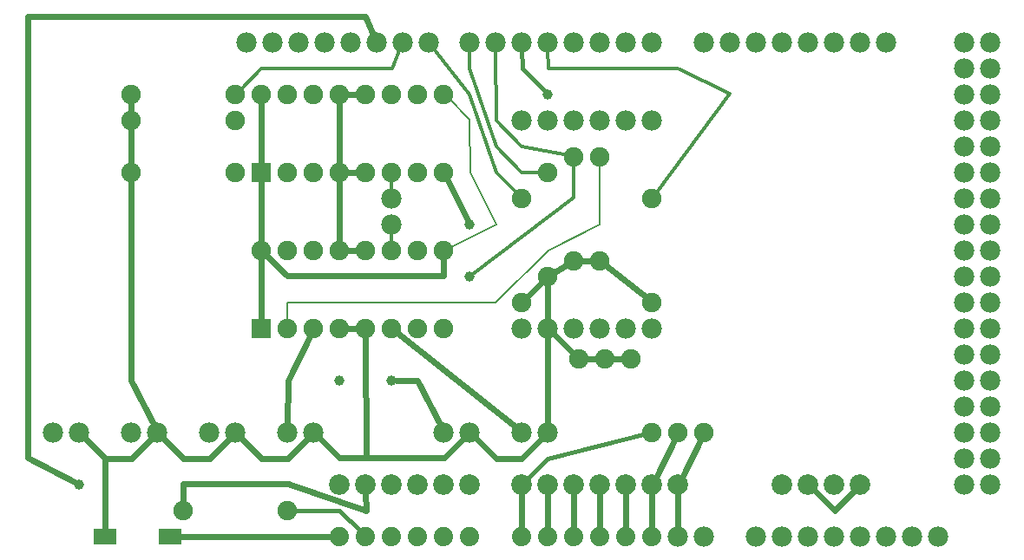
<source format=gtl>
G04 MADE WITH FRITZING*
G04 WWW.FRITZING.ORG*
G04 DOUBLE SIDED*
G04 HOLES PLATED*
G04 CONTOUR ON CENTER OF CONTOUR VECTOR*
%ASAXBY*%
%FSLAX23Y23*%
%MOIN*%
%OFA0B0*%
%SFA1.0B1.0*%
%ADD10C,0.039370*%
%ADD11C,0.078740*%
%ADD12C,0.075000*%
%ADD13C,0.078000*%
%ADD14C,0.079370*%
%ADD15C,0.074000*%
%ADD16R,0.075000X0.075000*%
%ADD17R,0.090551X0.062992*%
%ADD18C,0.024000*%
%ADD19C,0.012000*%
%ADD20C,0.008000*%
%ADD21C,0.016000*%
%LNCOPPER1*%
G90*
G70*
G54D10*
X301Y417D03*
X2101Y1917D03*
G54D11*
X2601Y417D03*
G54D12*
X2701Y617D03*
X2418Y900D03*
G54D13*
X2600Y216D03*
X2700Y216D03*
G54D14*
X1301Y417D03*
X1401Y417D03*
X1501Y417D03*
X1601Y417D03*
X1701Y417D03*
X1801Y417D03*
X2401Y417D03*
X2301Y417D03*
X2201Y417D03*
X2001Y417D03*
X3301Y417D03*
X3201Y417D03*
X3101Y417D03*
X3001Y417D03*
X2101Y417D03*
X2501Y417D03*
G54D15*
X1301Y217D03*
X1401Y217D03*
X1501Y217D03*
X1601Y217D03*
X1701Y217D03*
X1801Y217D03*
X1301Y217D03*
X1401Y217D03*
X1501Y217D03*
X1601Y217D03*
X1701Y217D03*
X1801Y217D03*
X2001Y217D03*
X2101Y217D03*
X2201Y217D03*
X2301Y217D03*
X2401Y217D03*
X2501Y217D03*
X2001Y217D03*
X2101Y217D03*
X2201Y217D03*
X2301Y217D03*
X2401Y217D03*
X2501Y217D03*
G54D13*
X2001Y617D03*
X2101Y617D03*
X1701Y617D03*
X1801Y617D03*
X1101Y617D03*
X1201Y617D03*
X1501Y1417D03*
X1501Y1517D03*
X801Y617D03*
X901Y617D03*
X501Y617D03*
X601Y617D03*
X201Y617D03*
X301Y617D03*
X2001Y1017D03*
X2101Y1017D03*
X2201Y1017D03*
X2301Y1017D03*
X2401Y1017D03*
X2501Y1017D03*
G54D10*
X1801Y1217D03*
X1801Y1417D03*
G54D13*
X2901Y217D03*
X3001Y217D03*
X3101Y217D03*
X3201Y217D03*
X3301Y217D03*
X3401Y217D03*
X3501Y217D03*
X3601Y217D03*
X2701Y2117D03*
X2801Y2117D03*
X2901Y2117D03*
X3001Y2117D03*
X3101Y2117D03*
X3201Y2117D03*
X3301Y2117D03*
X3401Y2117D03*
X1801Y2117D03*
X1901Y2117D03*
X2001Y2117D03*
X2101Y2117D03*
X2201Y2117D03*
X2301Y2117D03*
X2401Y2117D03*
X2501Y2117D03*
X942Y2117D03*
X1042Y2117D03*
X1142Y2117D03*
X1242Y2117D03*
X1342Y2117D03*
X1442Y2117D03*
X1542Y2117D03*
X1642Y2117D03*
G54D10*
X1301Y817D03*
X1501Y817D03*
G54D13*
X2001Y1817D03*
X2101Y1817D03*
X2201Y1817D03*
X2301Y1817D03*
X2401Y1817D03*
X2501Y1817D03*
G54D12*
X1001Y1017D03*
X1001Y1317D03*
X1101Y1017D03*
X1101Y1317D03*
X1201Y1017D03*
X1201Y1317D03*
X1301Y1017D03*
X1301Y1317D03*
X1401Y1017D03*
X1401Y1317D03*
X1501Y1017D03*
X1501Y1317D03*
X1601Y1017D03*
X1601Y1317D03*
X1701Y1017D03*
X1701Y1317D03*
X1001Y1617D03*
X1001Y1917D03*
X1101Y1617D03*
X1101Y1917D03*
X1201Y1617D03*
X1201Y1917D03*
X1301Y1617D03*
X1301Y1917D03*
X1401Y1617D03*
X1401Y1917D03*
X1501Y1617D03*
X1501Y1917D03*
X1601Y1617D03*
X1601Y1917D03*
X1701Y1617D03*
X1701Y1917D03*
X2501Y1117D03*
X2501Y1517D03*
X2301Y1276D03*
X2301Y1676D03*
X701Y317D03*
X1101Y317D03*
X2501Y617D03*
X2218Y900D03*
X2601Y617D03*
X2318Y900D03*
X2101Y1217D03*
X2101Y1617D03*
X2001Y1117D03*
X2001Y1517D03*
X2201Y1276D03*
X2201Y1676D03*
X501Y1617D03*
X901Y1617D03*
X501Y1917D03*
X901Y1917D03*
X501Y1817D03*
X901Y1817D03*
G54D13*
X3699Y2115D03*
X3699Y2015D03*
X3699Y1915D03*
X3699Y1815D03*
X3699Y1715D03*
X3699Y1615D03*
X3699Y1515D03*
X3699Y1415D03*
X3699Y1315D03*
X3699Y1215D03*
X3699Y1115D03*
X3699Y1015D03*
X3699Y915D03*
X3699Y815D03*
X3699Y715D03*
X3699Y615D03*
X3699Y515D03*
X3699Y415D03*
X3699Y2115D03*
X3699Y2015D03*
X3699Y1915D03*
X3699Y1815D03*
X3699Y1715D03*
X3699Y1615D03*
X3699Y1515D03*
X3699Y1415D03*
X3699Y1315D03*
X3699Y1215D03*
X3699Y1115D03*
X3699Y1015D03*
X3699Y915D03*
X3699Y815D03*
X3699Y715D03*
X3699Y615D03*
X3699Y515D03*
X3699Y415D03*
X3799Y415D03*
X3799Y515D03*
X3799Y615D03*
X3799Y715D03*
X3799Y815D03*
X3799Y915D03*
X3799Y1015D03*
X3799Y1115D03*
X3799Y1215D03*
X3799Y1315D03*
X3799Y1415D03*
X3799Y1515D03*
X3799Y1615D03*
X3799Y1715D03*
X3799Y1815D03*
X3799Y1915D03*
X3799Y2015D03*
X3799Y2115D03*
G54D16*
X1001Y1017D03*
X1001Y1617D03*
G54D17*
X401Y217D03*
X649Y217D03*
G54D18*
X1703Y519D02*
X1402Y519D01*
D02*
X1402Y519D02*
X1401Y988D01*
D02*
X1780Y596D02*
X1703Y519D01*
D02*
X1703Y519D02*
X1300Y519D01*
D02*
X1300Y519D02*
X1223Y596D01*
D02*
X1780Y596D02*
X1703Y519D01*
G54D19*
D02*
X2102Y2016D02*
X2600Y2016D01*
D02*
X2600Y2016D02*
X2801Y1918D01*
D02*
X2801Y1918D02*
X2515Y1535D01*
D02*
X2101Y2092D02*
X2102Y2016D01*
G54D18*
D02*
X1978Y636D02*
X1524Y999D01*
D02*
X1701Y1218D02*
X1101Y1218D01*
D02*
X1101Y1218D02*
X1001Y1317D01*
D02*
X1701Y1288D02*
X1701Y1218D01*
G54D19*
D02*
X2201Y1518D02*
X2201Y1653D01*
D02*
X1812Y1225D02*
X2201Y1518D01*
G54D20*
D02*
X2301Y1417D02*
X2301Y1653D01*
D02*
X2102Y1317D02*
X2301Y1417D01*
D02*
X1101Y1117D02*
X1901Y1117D01*
D02*
X1901Y1117D02*
X2102Y1317D01*
D02*
X1101Y1040D02*
X1101Y1117D01*
G54D19*
D02*
X1501Y1392D02*
X1501Y1340D01*
D02*
X1501Y1541D02*
X1501Y1594D01*
G54D18*
D02*
X102Y2217D02*
X301Y2217D01*
D02*
X102Y518D02*
X102Y2217D01*
D02*
X1401Y2217D02*
X1430Y2145D01*
D02*
X301Y2217D02*
X1401Y2217D01*
D02*
X284Y425D02*
X102Y518D01*
D02*
X3202Y316D02*
X3280Y395D01*
D02*
X3123Y395D02*
X3202Y316D01*
G54D21*
D02*
X2002Y2017D02*
X2092Y1926D01*
D02*
X2001Y2092D02*
X2002Y2017D01*
G54D18*
D02*
X2600Y246D02*
X2601Y386D01*
D02*
X2615Y444D02*
X2688Y591D01*
D02*
X2347Y900D02*
X2390Y900D01*
D02*
X700Y419D02*
X701Y346D01*
D02*
X1102Y419D02*
X700Y419D01*
D02*
X1402Y316D02*
X1102Y419D01*
D02*
X1401Y386D02*
X1402Y316D01*
D02*
X689Y217D02*
X1270Y217D01*
D02*
X2001Y248D02*
X2001Y386D01*
D02*
X2101Y248D02*
X2101Y386D01*
D02*
X2201Y248D02*
X2201Y386D01*
D02*
X2301Y248D02*
X2301Y386D01*
D02*
X2401Y248D02*
X2401Y386D01*
D02*
X2501Y248D02*
X2501Y386D01*
D02*
X2588Y591D02*
X2515Y444D01*
G54D21*
D02*
X2101Y517D02*
X2479Y611D01*
D02*
X2019Y435D02*
X2101Y517D01*
D02*
X1301Y317D02*
X1383Y235D01*
D02*
X1124Y317D02*
X1301Y317D01*
G54D18*
D02*
X1330Y1917D02*
X1373Y1917D01*
D02*
X1330Y1617D02*
X1373Y1617D01*
D02*
X1373Y1317D02*
X1330Y1317D01*
D02*
X1001Y1346D02*
X1001Y1588D01*
D02*
X1001Y1288D02*
X1001Y1046D01*
D02*
X2202Y916D02*
X2198Y920D01*
D02*
X2123Y996D02*
X2202Y916D01*
D02*
X2247Y900D02*
X2290Y900D01*
D02*
X401Y517D02*
X322Y596D01*
D02*
X401Y243D02*
X401Y517D01*
D02*
X1102Y517D02*
X1000Y517D01*
D02*
X1000Y517D02*
X922Y596D01*
D02*
X1180Y596D02*
X1102Y517D01*
D02*
X803Y517D02*
X700Y517D01*
D02*
X700Y517D02*
X622Y596D01*
D02*
X880Y596D02*
X803Y517D01*
D02*
X503Y517D02*
X401Y517D01*
D02*
X401Y517D02*
X322Y596D01*
D02*
X580Y595D02*
X503Y517D01*
D02*
X2101Y987D02*
X2101Y647D01*
D02*
X501Y817D02*
X588Y644D01*
D02*
X501Y1588D02*
X501Y817D01*
D02*
X1599Y817D02*
X1688Y644D01*
D02*
X1520Y817D02*
X1599Y817D01*
D02*
X1102Y817D02*
X1101Y647D01*
D02*
X1189Y991D02*
X1102Y817D01*
D02*
X2001Y517D02*
X1903Y517D01*
D02*
X1903Y517D02*
X1823Y596D01*
D02*
X2080Y596D02*
X2001Y517D01*
D02*
X2479Y1135D02*
X2324Y1258D01*
D02*
X2101Y1188D02*
X2101Y1047D01*
D02*
X1793Y1434D02*
X1714Y1591D01*
G54D19*
D02*
X1800Y1917D02*
X1657Y2098D01*
D02*
X1902Y1617D02*
X1800Y1917D01*
D02*
X1985Y1533D02*
X1902Y1617D01*
D02*
X1502Y2016D02*
X1533Y2094D01*
D02*
X1301Y2017D02*
X1502Y2016D01*
D02*
X1001Y2016D02*
X1301Y2017D01*
D02*
X918Y1933D02*
X1001Y2016D01*
D02*
X1902Y1817D02*
X1901Y2092D01*
D02*
X2001Y1717D02*
X1902Y1817D01*
D02*
X2179Y1681D02*
X2001Y1717D01*
D02*
X1800Y2016D02*
X1801Y2092D01*
D02*
X1902Y1717D02*
X1800Y2016D01*
D02*
X2001Y1616D02*
X1902Y1717D01*
D02*
X2078Y1617D02*
X2001Y1616D01*
G54D18*
D02*
X1373Y1017D02*
X1330Y1017D01*
D02*
X1401Y1617D02*
X1301Y1617D01*
D02*
X501Y1646D02*
X501Y1788D01*
D02*
X501Y1846D02*
X501Y1888D01*
D02*
X2021Y1137D02*
X2081Y1197D01*
D02*
X2126Y1231D02*
X2177Y1261D01*
D02*
X2230Y1276D02*
X2273Y1276D01*
D02*
X1301Y1346D02*
X1301Y1588D01*
D02*
X1301Y1917D02*
X1401Y1917D01*
D02*
X1301Y1888D02*
X1301Y1646D01*
D02*
X1001Y1646D02*
X1001Y1888D01*
D02*
X1001Y1017D02*
X1001Y1317D01*
G54D20*
D02*
X1802Y1617D02*
X1801Y1818D01*
D02*
X1801Y1818D02*
X1718Y1901D01*
D02*
X1902Y1417D02*
X1802Y1617D01*
D02*
X1722Y1327D02*
X1902Y1417D01*
G04 End of Copper1*
M02*
</source>
